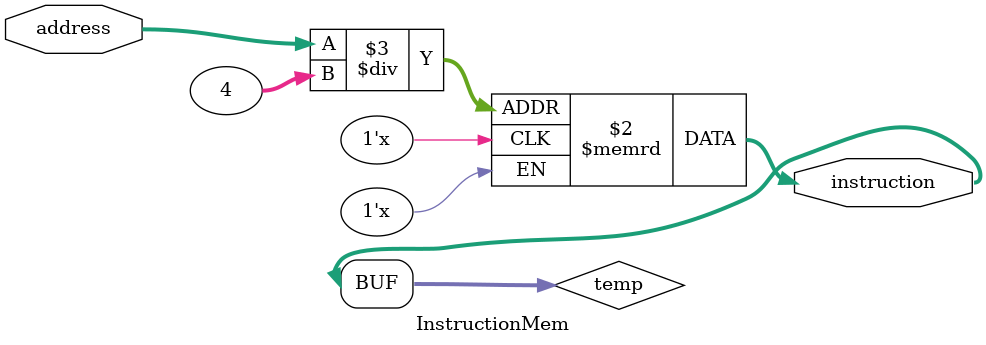
<source format=sv>
`timescale 1 ps / 100 fs
/* Instruction memory module.  Change the $readmemb line to have the name of the program you want to load */
module InstructionMem(instruction, address);
	input [31:0] address;
	output [31:0] instruction;
	reg [31:0]instrmem[1023:0];
	reg [31:0] temp;

	buf #1000 buf0(instruction[0],temp[0]),
		buf1(instruction[1],temp[1]),
	 	buf2(instruction[2],temp[2]),
	 	buf3(instruction[3],temp[3]),
	 	buf4(instruction[4],temp[4]),
	 	buf5(instruction[5],temp[5]),
	 	buf6(instruction[6],temp[6]),
	 	buf7(instruction[7],temp[7]),
	 	buf8(instruction[8],temp[8]),
	 	buf9(instruction[9],temp[9]),
	 	buf10(instruction[10],temp[10]),
	 	buf11(instruction[11],temp[11]),
	 	buf12(instruction[12],temp[12]),
	 	buf13(instruction[13],temp[13]),
	 	buf14(instruction[14],temp[14]),
	 	buf15(instruction[15],temp[15]),
	 	buf16(instruction[16],temp[16]),
	 	buf17(instruction[17],temp[17]),
	 	buf18(instruction[18],temp[18]),
	 	buf19(instruction[19],temp[19]),
	 	buf20(instruction[20],temp[20]),
	 	buf21(instruction[21],temp[21]),
	 	buf22(instruction[22],temp[22]),
	 	buf23(instruction[23],temp[23]),
	 	buf24(instruction[24],temp[24]),
	 	buf25(instruction[25],temp[25]),
	 	buf26(instruction[26],temp[26]),
	 	buf27(instruction[27],temp[27]),
	 	buf28(instruction[28],temp[28]),
	 	buf29(instruction[29],temp[29]),
	 	buf30(instruction[30],temp[30]),
	 	buf31(instruction[31],temp[31]);

	always @(*) begin
		temp = instrmem[address/4];
	end

	/*initial begin
		$readmemb("instr.dat", instrmem);
	end*/
endmodule

/*
module instrmemstimulus();

	reg [31:0] address;
	wire [31:0] instruction;

	parameter ClockDelay = 10000;

	InstructionMem dut(.instruction, .address);

	initial begin
		address = 32'd0;	#(ClockDelay);
		address = 32'd4;	#(ClockDelay);
		address = 32'd8;	#(ClockDelay);
		address = 32'd12;	#(ClockDelay);
		address = 32'd16;	#(ClockDelay);
		address = 32'd20;	#(ClockDelay);
		address = 32'd24;	#(ClockDelay);
		address = 32'd28;	#(ClockDelay);
		$Stop;
	end
endmodule
*/


</source>
